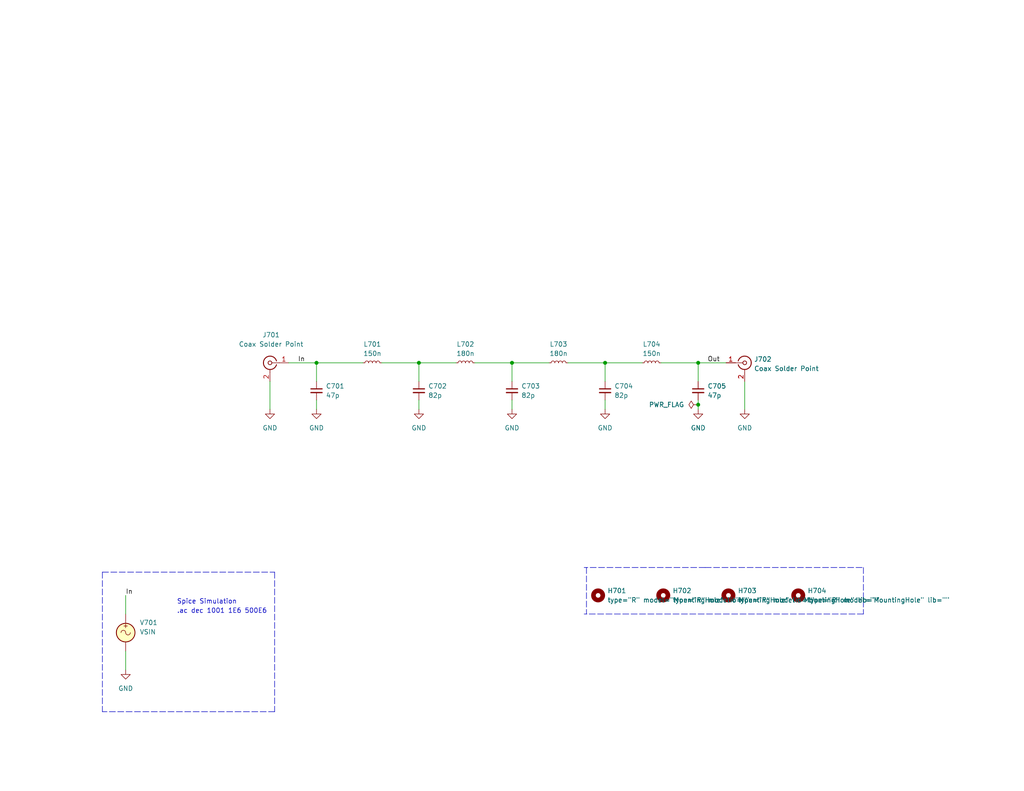
<source format=kicad_sch>
(kicad_sch (version 20211123) (generator eeschema)
  (paper "USLetter")
  (title_block (title "Spectrum Analyzer") (date "2022-08-22") (rev "0") (company "Andy McCann KA3KAF and Doug McCann KA3KAG") (comment 2 "Wes Hayward W7ZOI") (comment 3 "Original Design by:"))
  (lib_symbols
    (symbol "Connector:Conn_Coaxial" (pin_names (offset 1.016) hide)
      (property "Reference" "J" (at 0.254 3.048 0))
      (property "Value" "Conn_Coaxial" (at 2.921 0 90))
      (symbol "Conn_Coaxial_0_1"
        (arc (start -1.778 -0.508) (mid 0.2311 -1.8066) (end 1.778 0) (stroke (width 0.254)))
        (polyline (pts (xy -2.54 0) (xy -0.508 0)))
        (polyline (pts (xy 0 -2.54) (xy 0 -1.778)))
        (circle (center 0 0) (radius 0.508) (stroke (width 0.2032)))
        (arc (start 1.778 0) (mid 0.2099 1.8101) (end -1.778 0.508) (stroke (width 0.254)))
      )
      (symbol "Conn_Coaxial_1_1"
        (pin passive line (at -5.08 0 0) (length 2.54) (name "In") (number "1"))
        (pin passive line (at 0 -5.08 90) (length 2.54) (name "Ext") (number "2"))
      )
    )
    (symbol "Device:C_Small" (pin_numbers hide) (pin_names (offset 0.254) hide)
      (property "Reference" "C" (at 0.254 1.778 0))
      (property "Value" "C_Small" (at 0.254 -2.032 0))
      (symbol "C_Small_0_1"
        (polyline (pts (xy -1.524 -0.508) (xy 1.524 -0.508)) (stroke (width 0.3302)))
        (polyline (pts (xy -1.524 0.508) (xy 1.524 0.508)) (stroke (width 0.3048)))
      )
      (symbol "C_Small_1_1"
        (pin passive line (at 0 2.54 270) (length 2.032) (name "~") (number "1"))
        (pin passive line (at 0 -2.54 90) (length 2.032) (name "~") (number "2"))
      )
    )
    (symbol "Device:L_Small" (pin_numbers hide) (pin_names (offset 0.254) hide)
      (property "Reference" "L" (at 0.762 1.016 0))
      (property "Value" "L_Small" (at 0.762 -1.016 0))
      (symbol "L_Small_0_1"
        (arc (start 0 -2.032) (mid 0.508 -1.524) (end 0 -1.016))
        (arc (start 0 -1.016) (mid 0.508 -0.508) (end 0 0))
        (arc (start 0 0) (mid 0.508 0.508) (end 0 1.016))
        (arc (start 0 1.016) (mid 0.508 1.524) (end 0 2.032))
      )
      (symbol "L_Small_1_1"
        (pin passive line (at 0 2.54 270) (length 0.508) (name "~") (number "1"))
        (pin passive line (at 0 -2.54 90) (length 0.508) (name "~") (number "2"))
      )
    )
    (symbol "Mechanical:MountingHole" (pin_names (offset 1.016))
      (property "Reference" "H" (at 0 5.08 0))
      (property "Value" "MountingHole" (at 0 3.175 0))
      (symbol "MountingHole_0_1"
        (circle (center 0 0) (radius 1.27) (stroke (width 1.27)))
      )
    )
    (symbol "Simulation_SPICE:VSIN" (pin_numbers hide) (pin_names (offset 0.0254))
      (property "Reference" "V" (at 2.54 2.54 0))
      (property "Value" "VSIN" (at 2.54 0 0))
      (property "Spice_Model" "sin(0 1 1k)" (at 2.54 -2.54 0))
      (symbol "VSIN_0_0"
        (arc (start 0 0) (mid -0.635 0.635) (end -1.27 0))
        (arc (start 0 0) (mid 0.635 -0.635) (end 1.27 0))
        (text "+" (at 0 1.905 0) (effects (font (size 1.27 1.27))))
      )
      (symbol "VSIN_0_1"
        (circle (center 0 0) (radius 2.54) (stroke (width 0.254)) (fill (type background)))
      )
      (symbol "VSIN_1_1"
        (pin passive line (at 0 5.08 270) (length 2.54) (name "~") (number "1"))
        (pin passive line (at 0 -5.08 90) (length 2.54) (name "~") (number "2"))
      )
    )
    (symbol "power:GND" (power) (pin_names (offset 0))
      (property "Value" "GND" (at 0 -3.81 0))
      (symbol "GND_0_1"
        (polyline (pts (xy 0 0) (xy 0 -1.27) (xy 1.27 -1.27) (xy 0 -2.54) (xy -1.27 -1.27) (xy 0 -1.27)))
      )
      (symbol "GND_1_1"
        (pin power_in line (at 0 0 270) (length 0) hide (name "GND") (number "1"))
      )
    )
    (symbol "power:PWR_FLAG" (power) (pin_numbers hide) (pin_names (offset 0) hide)
      (property "Value" "PWR_FLAG" (at 0 3.81 0))
      (symbol "PWR_FLAG_0_0"
        (pin power_out line (at 0 0 90) (length 0) (name "pwr") (number "1"))
      )
      (symbol "PWR_FLAG_0_1"
        (polyline (pts (xy 0 0) (xy 0 1.27) (xy -1.016 1.905) (xy 0 2.54) (xy 1.016 1.905) (xy 0 1.27)))
      )
    )
  )
  (junction (at 139.7 99.06))
  (junction (at 165.1 99.06))
  (junction (at 86.36 99.06))
  (junction (at 190.5 110.49))
  (junction (at 114.3 99.06))
  (junction (at 190.5 99.06))
  (wire (pts (xy 190.5 99.06) (xy 190.5 104.14)))
  (wire (pts (xy 114.3 99.06) (xy 124.46 99.06)))
  (wire (pts (xy 99.06 99.06) (xy 86.36 99.06)))
  (wire (pts (xy 104.14 99.06) (xy 114.3 99.06)))
  (wire (pts (xy 114.3 111.76) (xy 114.3 109.22)))
  (wire (pts (xy 73.66 104.14) (xy 73.66 111.76)))
  (polyline (pts (xy 192.405 154.94) (xy 235.585 154.94)))
  (wire (pts (xy 34.29 162.56) (xy 34.29 167.64)))
  (wire (pts (xy 165.1 99.06) (xy 175.26 99.06)))
  (wire (pts (xy 180.34 99.06) (xy 190.5 99.06)))
  (wire (pts (xy 165.1 111.76) (xy 165.1 109.22)))
  (polyline (pts (xy 74.93 156.21) (xy 74.93 194.31)))
  (wire (pts (xy 129.54 99.06) (xy 139.7 99.06)))
  (wire (pts (xy 86.36 99.06) (xy 86.36 104.14)))
  (wire (pts (xy 78.74 99.06) (xy 86.36 99.06)))
  (wire (pts (xy 139.7 99.06) (xy 149.86 99.06)))
  (wire (pts (xy 154.94 99.06) (xy 165.1 99.06)))
  (polyline (pts (xy 235.585 167.64) (xy 159.385 167.64)))
  (polyline (pts (xy 160.02 154.94) (xy 160.02 167.64)))
  (polyline (pts (xy 74.93 194.31) (xy 27.94 194.31)))
  (wire (pts (xy 139.7 111.76) (xy 139.7 109.22)))
  (wire (pts (xy 139.7 104.14) (xy 139.7 99.06)))
  (wire (pts (xy 114.3 104.14) (xy 114.3 99.06)))
  (wire (pts (xy 165.1 104.14) (xy 165.1 99.06)))
  (polyline (pts (xy 27.94 156.21) (xy 27.94 194.31)))
  (wire (pts (xy 86.36 111.76) (xy 86.36 109.22)))
  (polyline (pts (xy 27.94 156.21) (xy 74.93 156.21)))
  (wire (pts (xy 34.29 177.8) (xy 34.29 182.88)))
  (wire (pts (xy 190.5 111.76) (xy 190.5 110.49)))
  (wire (pts (xy 190.5 110.49) (xy 190.5 109.22)))
  (wire (pts (xy 198.12 99.06) (xy 190.5 99.06)))
  (polyline (pts (xy 192.405 154.94) (xy 159.385 154.94)))
  (polyline (pts (xy 235.585 154.94) (xy 235.585 167.64)))
  (wire (pts (xy 203.2 104.14) (xy 203.2 111.76)))
  (text "Spice Simulation" (at 48.26 165.1 0) (effects (font (size 1.27 1.27)) (justify left bottom)))
  (text ".ac dec 1001 1E6 500E6" (at 48.26 167.64 0) (effects (font (size 1.27 1.27)) (justify left bottom)))
  (label "In" (at 34.29 162.56 0))
  (label "In" (at 81.28 99.06 0))
  (label "Out" (at 193.04 99.06 0))
  (symbol (lib_id "power:GND") (at 86.36 111.76 0) (unit 1)
    (property "Reference" "#PWR0703" (effects hide))
    (property "Value" "GND" (at 86.36 116.84 0))
  )
  (symbol (lib_id "Mechanical:MountingHole") (at 163.195 162.56 0) (unit 1) (in_bom no)
    (property "Reference" "H701" (at 165.735 161.2899 0) (effects (justify left)))
    (property "Value" "MountingHole" (at 165.735 163.8299 0) (effects (justify left)))
    (property "Footprint" "MountingHole:MountingHole_3.2mm_M3" (effects hide))
    (property "Spice_Primitive" "R" (effects hide))
    (property "Spice_Netlist_Enabled" "N" (effects hide))
  )
  (symbol (lib_id "Device:L_Small") (at 127 99.06 90) (unit 1)
    (property "Reference" "L702" (at 127 93.98 90))
    (property "Value" "180n" (at 127 96.52 90))
    (property "Footprint" "Inductor_SMD:L_0603_1608Metric_Pad1.05x0.95mm_HandSolder" (effects hide))
  )
  (symbol (lib_id "Mechanical:MountingHole") (at 198.755 162.56 0) (unit 1) (in_bom no)
    (property "Reference" "H703" (at 201.295 161.2899 0) (effects (justify left)))
    (property "Value" "MountingHole" (at 201.295 163.8299 0) (effects (justify left)))
    (property "Footprint" "MountingHole:MountingHole_3.2mm_M3" (effects hide))
    (property "Spice_Primitive" "R" (effects hide))
    (property "Spice_Netlist_Enabled" "N" (effects hide))
  )
  (symbol (lib_id "Device:C_Small") (at 190.5 106.68 0) (unit 1)
    (property "Reference" "C705" (at 193.04 105.4162 0) (effects (justify left)))
    (property "Value" "47p" (at 193.04 107.9562 0) (effects (justify left)))
    (property "Footprint" "Capacitor_SMD:C_0603_1608Metric_Pad1.08x0.95mm_HandSolder" (effects hide))
  )
  (symbol (lib_id "power:GND") (at 73.66 111.76 0) (unit 1)
    (property "Reference" "#PWR0702" (effects hide))
    (property "Value" "GND" (at 73.66 116.84 0))
  )
  (symbol (lib_id "power:PWR_FLAG") (at 190.5 110.49 90) (unit 1)
    (property "Reference" "#FLG0701" (effects hide))
    (property "Value" "PWR_FLAG" (at 186.69 110.4899 90) (effects (justify left)))
  )
  (symbol (lib_id "Device:C_Small") (at 86.36 106.68 0) (unit 1)
    (property "Reference" "C701" (at 88.9 105.4162 0) (effects (justify left)))
    (property "Value" "47p" (at 88.9 107.9562 0) (effects (justify left)))
    (property "Footprint" "Capacitor_SMD:C_0603_1608Metric_Pad1.08x0.95mm_HandSolder" (effects hide))
  )
  (symbol (lib_id "power:GND") (at 114.3 111.76 0) (unit 1)
    (property "Reference" "#PWR0704" (effects hide))
    (property "Value" "GND" (at 114.3 116.84 0))
  )
  (symbol (lib_id "Device:C_Small") (at 165.1 106.68 0) (unit 1)
    (property "Reference" "C704" (at 167.64 105.4162 0) (effects (justify left)))
    (property "Value" "82p" (at 167.64 107.9562 0) (effects (justify left)))
    (property "Footprint" "Capacitor_SMD:C_0603_1608Metric_Pad1.08x0.95mm_HandSolder" (effects hide))
  )
  (symbol (lib_id "Mechanical:MountingHole") (at 180.975 162.56 0) (unit 1) (in_bom no)
    (property "Reference" "H702" (at 183.515 161.2899 0) (effects (justify left)))
    (property "Value" "MountingHole" (at 183.515 163.8299 0) (effects (justify left)))
    (property "Footprint" "MountingHole:MountingHole_3.2mm_M3" (effects hide))
    (property "Spice_Primitive" "R" (effects hide))
    (property "Spice_Netlist_Enabled" "N" (effects hide))
  )
  (symbol (lib_id "power:GND") (at 139.7 111.76 0) (unit 1)
    (property "Reference" "#PWR0705" (effects hide))
    (property "Value" "GND" (at 139.7 116.84 0))
  )
  (symbol (lib_id "Connector:Conn_Coaxial") (at 203.2 99.06 0) (unit 1) (in_bom no)
    (property "Reference" "J702" (at 205.74 98.0831 0) (effects (justify left)))
    (property "Value" "Coax Solder Point" (at 205.74 100.6231 0) (effects (justify left)))
    (property "Footprint" "Connector_Wire:SolderWire-0.5sqmm_1x02_P4.6mm_D0.9mm_OD2.1mm" (effects hide))
    (property "Spice_Primitive" "J" (effects hide))
    (property "Spice_Model" "Conn_Coaxial" (effects hide))
    (property "Spice_Netlist_Enabled" "N" (effects hide))
  )
  (symbol (lib_id "Device:C_Small") (at 139.7 106.68 0) (unit 1)
    (property "Reference" "C703" (at 142.24 105.4162 0) (effects (justify left)))
    (property "Value" "82p" (at 142.24 107.9562 0) (effects (justify left)))
    (property "Footprint" "Capacitor_SMD:C_0603_1608Metric_Pad1.08x0.95mm_HandSolder" (effects hide))
  )
  (symbol (lib_id "power:GND") (at 190.5 111.76 0) (unit 1)
    (property "Reference" "#PWR0707" (effects hide))
    (property "Value" "GND" (at 190.5 116.84 0))
  )
  (symbol (lib_id "Device:L_Small") (at 152.4 99.06 90) (unit 1)
    (property "Reference" "L703" (at 152.4 93.98 90))
    (property "Value" "180n" (at 152.4 96.52 90))
    (property "Footprint" "Inductor_SMD:L_0603_1608Metric_Pad1.05x0.95mm_HandSolder" (effects hide))
  )
  (symbol (lib_id "Mechanical:MountingHole") (at 217.805 162.56 0) (unit 1) (in_bom no)
    (property "Reference" "H704" (at 220.345 161.2899 0) (effects (justify left)))
    (property "Value" "MountingHole" (at 220.345 163.8299 0) (effects (justify left)))
    (property "Footprint" "MountingHole:MountingHole_3.2mm_M3" (effects hide))
    (property "Spice_Primitive" "R" (effects hide))
    (property "Spice_Netlist_Enabled" "N" (effects hide))
  )
  (symbol (lib_id "Device:C_Small") (at 114.3 106.68 0) (unit 1)
    (property "Reference" "C702" (at 116.84 105.4162 0) (effects (justify left)))
    (property "Value" "82p" (at 116.84 107.9562 0) (effects (justify left)))
    (property "Footprint" "Capacitor_SMD:C_0603_1608Metric_Pad1.08x0.95mm_HandSolder" (effects hide))
  )
  (symbol (lib_id "Simulation_SPICE:VSIN") (at 34.29 172.72 0) (unit 1)
    (property "Reference" "V701" (at 38.1 169.9901 0) (effects (justify left)))
    (property "Value" "VSIN" (at 38.1 172.5301 0) (effects (justify left)))
    (property "Spice_Netlist_Enabled" "Y" (effects hide))
    (property "Spice_Primitive" "V" (effects hide))
    (property "Spice_Model" "ac 1" (at 38.1 175.0701 0) (effects (justify left)))
  )
  (symbol (lib_id "Device:L_Small") (at 101.6 99.06 90) (unit 1)
    (property "Reference" "L701" (at 101.6 93.98 90))
    (property "Value" "150n" (at 101.6 96.52 90))
    (property "Footprint" "Inductor_SMD:L_0603_1608Metric_Pad1.05x0.95mm_HandSolder" (effects hide))
  )
  (symbol (lib_id "power:GND") (at 165.1 111.76 0) (unit 1)
    (property "Reference" "#PWR0706" (effects hide))
    (property "Value" "GND" (at 165.1 116.84 0))
  )
  (symbol (lib_id "Device:L_Small") (at 177.8 99.06 90) (unit 1)
    (property "Reference" "L704" (at 177.8 93.98 90))
    (property "Value" "150n" (at 177.8 96.52 90))
    (property "Footprint" "Inductor_SMD:L_0603_1608Metric_Pad1.05x0.95mm_HandSolder" (effects hide))
  )
  (symbol (lib_id "Connector:Conn_Coaxial") (at 73.66 99.06 0) (mirror y) (unit 1) (in_bom no)
    (property "Reference" "J701" (at 73.9774 91.44 0))
    (property "Value" "Coax Solder Point" (at 73.9774 93.98 0))
    (property "Footprint" "Connector_Wire:SolderWire-0.5sqmm_1x02_P4.6mm_D0.9mm_OD2.1mm" (effects hide))
    (property "Spice_Primitive" "J" (effects hide))
    (property "Spice_Model" "Conn_Coaxial" (effects hide))
    (property "Spice_Netlist_Enabled" "N" (effects hide))
  )
  (symbol (lib_id "power:GND") (at 34.29 182.88 0) (unit 1)
    (property "Reference" "#PWR0701" (effects hide))
    (property "Value" "GND" (at 34.29 187.96 0))
  )
  (symbol (lib_id "power:GND") (at 203.2 111.76 0) (unit 1)
    (property "Reference" "#PWR0708" (effects hide))
    (property "Value" "GND" (at 203.2 116.84 0))
  )
)
</source>
